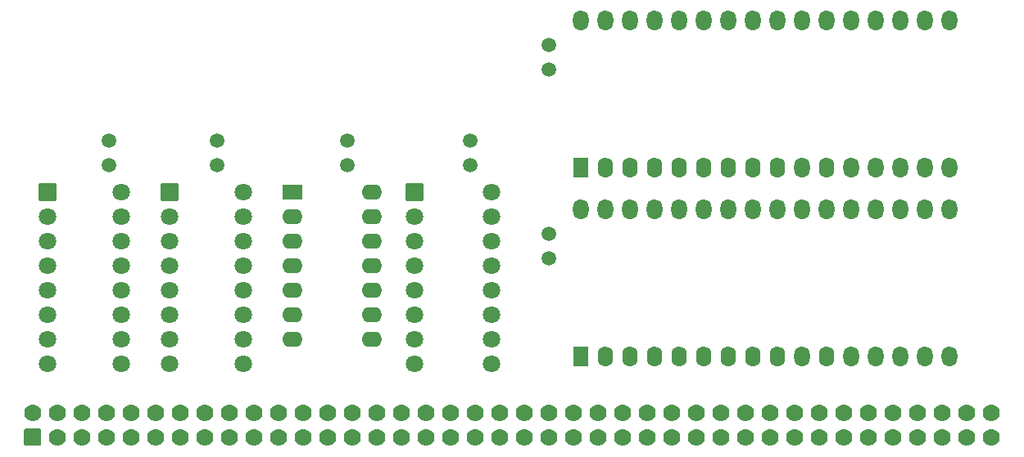
<source format=gbs>
G04 Layer: BottomSolderMaskLayer*
G04 EasyEDA v6.5.40, 2024-07-01 11:27:10*
G04 c1f3bc4e761f40e689e8ea0538afd347,7243cdaf381449fe92b9da44aa7c23a7,10*
G04 Gerber Generator version 0.2*
G04 Scale: 100 percent, Rotated: No, Reflected: No *
G04 Dimensions in millimeters *
G04 leading zeros omitted , absolute positions ,4 integer and 5 decimal *
%FSLAX45Y45*%
%MOMM*%

%AMMACRO1*1,1,$1,$2,$3*1,1,$1,$4,$5*1,1,$1,0-$2,0-$3*1,1,$1,0-$4,0-$5*20,1,$1,$2,$3,$4,$5,0*20,1,$1,$4,$5,0-$2,0-$3,0*20,1,$1,0-$2,0-$3,0-$4,0-$5,0*20,1,$1,0-$4,0-$5,$2,$3,0*4,1,4,$2,$3,$4,$5,0-$2,0-$3,0-$4,0-$5,$2,$3,0*%
%ADD10MACRO1,0.1016X-1X0.75X1X0.75*%
%ADD11O,2.1015960000000002X1.6015970000000002*%
%ADD12MACRO1,0.1016X-0.85X0.85X0.85X0.85*%
%ADD13C,1.8016*%
%ADD14O,1.6256000000000002X2.1015960000000002*%
%ADD15O,1.6015970000000002X2.1015960000000002*%
%ADD16R,1.6016X2.1016*%
%ADD17C,1.4986*%
%ADD18MACRO1,0.2032X0.7874X-0.7874X-0.7874X-0.7874*%
%ADD19C,1.7780*%

%LPD*%
D10*
G01*
X3135091Y-2362200D03*
D11*
G01*
X3135096Y-2616200D03*
G01*
X3135096Y-2870200D03*
G01*
X3135096Y-3124200D03*
G01*
X3135096Y-3378200D03*
G01*
X3135096Y-3632200D03*
G01*
X3135096Y-3886200D03*
G01*
X3961434Y-2364740D03*
G01*
X3961434Y-2618740D03*
G01*
X3961434Y-2872740D03*
G01*
X3961434Y-3126740D03*
G01*
X3961434Y-3380740D03*
G01*
X3961434Y-3634740D03*
G01*
X3961434Y-3888740D03*
D12*
G01*
X1867376Y-2362252D03*
D13*
G01*
X1867382Y-2616250D03*
G01*
X1867382Y-3886250D03*
G01*
X1867382Y-4140250D03*
G01*
X1867382Y-2870250D03*
G01*
X1867382Y-3124250D03*
G01*
X1867382Y-3632250D03*
G01*
X1867382Y-3378250D03*
G01*
X2629382Y-4140250D03*
G01*
X2629382Y-3886250D03*
G01*
X2629382Y-3632250D03*
G01*
X2629382Y-3378250D03*
G01*
X2629382Y-3124250D03*
G01*
X2629382Y-2870250D03*
G01*
X2629382Y-2616250D03*
G01*
X2629382Y-2362250D03*
D14*
G01*
X6883908Y-2540000D03*
G01*
X6629908Y-2540000D03*
G01*
X6375907Y-2540000D03*
G01*
X6121907Y-2540000D03*
G01*
X9677908Y-2540000D03*
G01*
X9423908Y-2540000D03*
G01*
X9169908Y-2540000D03*
G01*
X8915908Y-2540000D03*
G01*
X8661908Y-2540000D03*
G01*
X8407908Y-2540000D03*
G01*
X8153908Y-2540000D03*
G01*
X7137908Y-2540000D03*
G01*
X7391908Y-2540000D03*
G01*
X7645908Y-2540000D03*
G01*
X7899908Y-2540000D03*
G01*
X9931908Y-2540000D03*
G01*
X9169908Y-4064000D03*
D15*
G01*
X8153908Y-4064000D03*
G01*
X7899908Y-4064000D03*
G01*
X7645908Y-4064000D03*
G01*
X7391908Y-4064000D03*
G01*
X7137908Y-4064000D03*
G01*
X6883908Y-4064000D03*
G01*
X6629908Y-4064000D03*
G01*
X6375907Y-4064000D03*
D16*
G01*
X6121907Y-4064000D03*
D14*
G01*
X8407908Y-4064000D03*
G01*
X8915908Y-4064000D03*
D15*
G01*
X8661908Y-4064000D03*
D14*
G01*
X9423908Y-4064000D03*
G01*
X9931908Y-4064000D03*
G01*
X9677908Y-4064000D03*
D12*
G01*
X609591Y-2362252D03*
D13*
G01*
X609600Y-2616250D03*
G01*
X609600Y-3886250D03*
G01*
X609600Y-4140250D03*
G01*
X609600Y-2870250D03*
G01*
X609600Y-3124250D03*
G01*
X609600Y-3632250D03*
G01*
X609600Y-3378250D03*
G01*
X1371600Y-4140250D03*
G01*
X1371600Y-3886250D03*
G01*
X1371600Y-3632250D03*
G01*
X1371600Y-3378250D03*
G01*
X1371600Y-3124250D03*
G01*
X1371600Y-2870250D03*
G01*
X1371600Y-2616250D03*
G01*
X1371600Y-2362250D03*
D17*
G01*
X1244600Y-1828800D03*
G01*
X1244600Y-2082800D03*
D18*
G01*
X457200Y-4902200D03*
D19*
G01*
X9855200Y-4902200D03*
G01*
X9601200Y-4902200D03*
G01*
X9347200Y-4902200D03*
G01*
X9093200Y-4902200D03*
G01*
X8839200Y-4902200D03*
G01*
X8585200Y-4902200D03*
G01*
X8331200Y-4902200D03*
G01*
X8077200Y-4902200D03*
G01*
X7823200Y-4902200D03*
G01*
X7569200Y-4902200D03*
G01*
X7315200Y-4902200D03*
G01*
X7061200Y-4902200D03*
G01*
X6807200Y-4902200D03*
G01*
X6553200Y-4902200D03*
G01*
X6299200Y-4902200D03*
G01*
X6045200Y-4902200D03*
G01*
X5791200Y-4902200D03*
G01*
X5537200Y-4902200D03*
G01*
X5283200Y-4902200D03*
G01*
X5029200Y-4902200D03*
G01*
X4775200Y-4902200D03*
G01*
X4521200Y-4902200D03*
G01*
X4267200Y-4902200D03*
G01*
X4013200Y-4902200D03*
G01*
X3759200Y-4902200D03*
G01*
X3505200Y-4902200D03*
G01*
X3251200Y-4902200D03*
G01*
X2997200Y-4902200D03*
G01*
X2743200Y-4902200D03*
G01*
X2489200Y-4902200D03*
G01*
X2235200Y-4902200D03*
G01*
X1981200Y-4902200D03*
G01*
X1727200Y-4902200D03*
G01*
X1473200Y-4902200D03*
G01*
X1219200Y-4902200D03*
G01*
X965200Y-4902200D03*
G01*
X711200Y-4902200D03*
G01*
X10109200Y-4902200D03*
G01*
X9855200Y-4648200D03*
G01*
X9601200Y-4648200D03*
G01*
X9347200Y-4648200D03*
G01*
X9093200Y-4648200D03*
G01*
X8839200Y-4648200D03*
G01*
X8585200Y-4648200D03*
G01*
X8331200Y-4648200D03*
G01*
X8077200Y-4648200D03*
G01*
X7823200Y-4648200D03*
G01*
X7569200Y-4648200D03*
G01*
X7315200Y-4648200D03*
G01*
X7061200Y-4648200D03*
G01*
X6807200Y-4648200D03*
G01*
X6553200Y-4648200D03*
G01*
X6299200Y-4648200D03*
G01*
X6045200Y-4648200D03*
G01*
X5791200Y-4648200D03*
G01*
X5537200Y-4648200D03*
G01*
X5283200Y-4648200D03*
G01*
X5029200Y-4648200D03*
G01*
X4775200Y-4648200D03*
G01*
X4521200Y-4648200D03*
G01*
X4267200Y-4648200D03*
G01*
X4013200Y-4648200D03*
G01*
X3759200Y-4648200D03*
G01*
X3505200Y-4648200D03*
G01*
X3251200Y-4648200D03*
G01*
X2997200Y-4648200D03*
G01*
X2743200Y-4648200D03*
G01*
X2489200Y-4648200D03*
G01*
X2235200Y-4648200D03*
G01*
X1981200Y-4648200D03*
G01*
X1727200Y-4648200D03*
G01*
X1473200Y-4648200D03*
G01*
X1219200Y-4648200D03*
G01*
X965200Y-4648200D03*
G01*
X10109200Y-4648200D03*
G01*
X711200Y-4648200D03*
G01*
X457200Y-4648200D03*
G01*
X10363200Y-4902200D03*
G01*
X10363200Y-4648200D03*
D14*
G01*
X6883425Y-584200D03*
G01*
X6629425Y-584200D03*
G01*
X6375425Y-584200D03*
G01*
X6121425Y-584200D03*
G01*
X9677425Y-584200D03*
G01*
X9423425Y-584200D03*
G01*
X9169425Y-584200D03*
G01*
X8915425Y-584200D03*
G01*
X8661425Y-584200D03*
G01*
X8407425Y-584200D03*
G01*
X8153425Y-584200D03*
G01*
X7137425Y-584200D03*
G01*
X7391425Y-584200D03*
G01*
X7645425Y-584200D03*
G01*
X7899425Y-584200D03*
G01*
X9931425Y-584200D03*
G01*
X9169425Y-2108200D03*
D15*
G01*
X8153425Y-2108200D03*
G01*
X7899425Y-2108200D03*
G01*
X7645425Y-2108200D03*
G01*
X7391425Y-2108200D03*
G01*
X7137425Y-2108200D03*
G01*
X6883425Y-2108200D03*
G01*
X6629425Y-2108200D03*
G01*
X6375425Y-2108200D03*
D16*
G01*
X6121400Y-2108200D03*
D14*
G01*
X8407425Y-2108200D03*
G01*
X8915425Y-2108200D03*
D15*
G01*
X8661425Y-2108200D03*
D14*
G01*
X9423425Y-2108200D03*
G01*
X9931425Y-2108200D03*
G01*
X9677425Y-2108200D03*
D12*
G01*
X4403594Y-2362201D03*
D13*
G01*
X4403598Y-2616200D03*
G01*
X4403598Y-3886200D03*
G01*
X4403598Y-4140200D03*
G01*
X4403598Y-2870200D03*
G01*
X4403598Y-3124200D03*
G01*
X4403598Y-3632200D03*
G01*
X4403598Y-3378200D03*
G01*
X5197602Y-4140200D03*
G01*
X5197602Y-3886200D03*
G01*
X5197602Y-3632200D03*
G01*
X5197602Y-3378200D03*
G01*
X5197602Y-3124200D03*
G01*
X5197602Y-2870200D03*
G01*
X5197602Y-2616200D03*
G01*
X5197602Y-2362200D03*
D17*
G01*
X2362200Y-1828800D03*
G01*
X2362200Y-2082800D03*
G01*
X3708400Y-1828800D03*
G01*
X3708400Y-2082800D03*
G01*
X4978400Y-1828800D03*
G01*
X4978400Y-2082800D03*
G01*
X5791225Y-3048000D03*
G01*
X5791225Y-2794000D03*
G01*
X5791225Y-1092200D03*
G01*
X5791225Y-838200D03*
M02*

</source>
